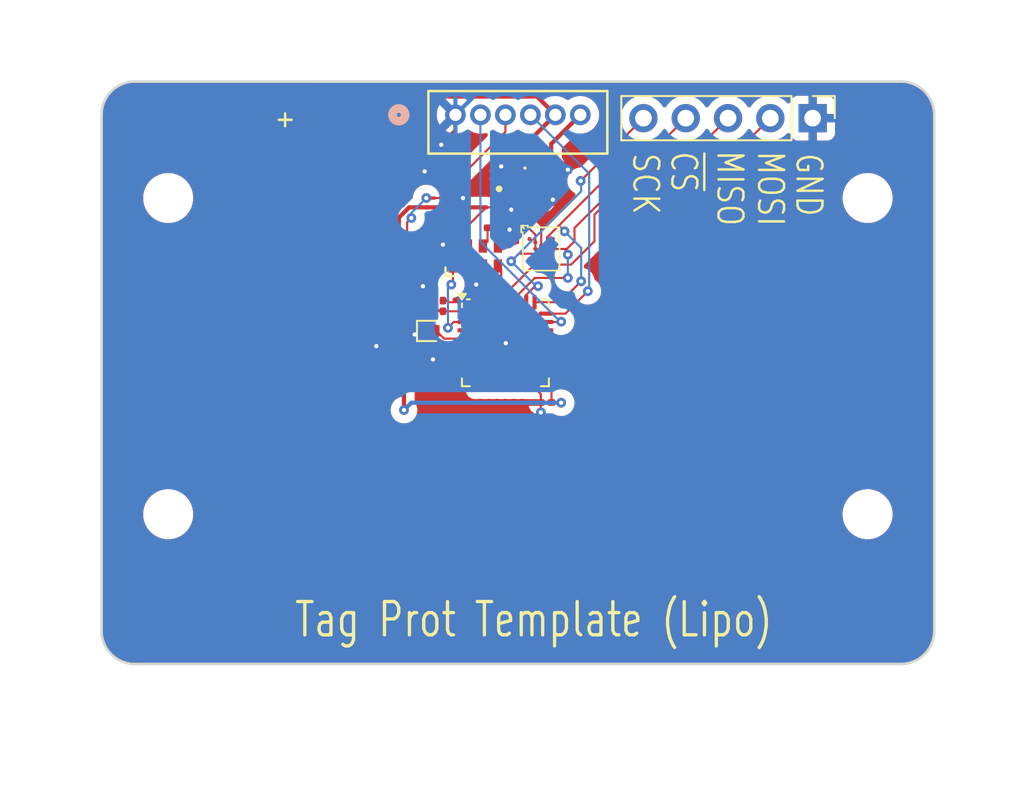
<source format=kicad_pcb>
(kicad_pcb (version 20240108) (generator "pcbnew") (generator_version "8.0")
  (layers (0 "F.Cu" signal) (31 "B.Cu" signal) (34 "B.Paste" user) (35 "F.Paste" user) (36 "B.SilkS" user "B.Silkscreen") (37 "F.SilkS" user "F.Silkscreen") (38 "B.Mask" user) (39 "F.Mask" user) (44 "Edge.Cuts" user))
  (net 0 "")
  (net 1 "GND")
  (net 2 "VBAT")
  (net 3 "SWDIO")
  (net 4 "SWCLK")
  (net 5 "Net-(Q501-C)")
  (net 6 "RST")
  (net 7 "/clkout")
  (net 8 "VIN")
  (net 9 "Net-(U501-VBACK)")
  (net 10 "/AT25_MISO")
  (net 11 "/AT25_nCS")
  (net 12 "/AT25_MOSI")
  (net 13 "/AT25_SCK")
  (net 20 "/PA6_MISO")
  (net 21 "/PA7_MOSI")
  (net 23 "/PB0")
  (net 24 "/PA11_MISO")
  (net 25 "/PA9")
  (net 26 "/PA2")
  (net 27 "/PA10")
  (net 28 "/PA0")
  (net 29 "/PA12_MOSI")
  (net 30 "/PA4")
  (net 31 "/PA8")
  (net 32 "/PA3")
  (net 33 "/PB1")
  (net 34 "/PA1_SCK")
  (net 35 "/PA5_SCK")
  (net 36 "/RTC_SDA")
  (net 37 "/RTC_SCL")
  (net 38 "+2V5")
  (footprint "library:MS621" (layer "F.Cu") (at 112.95 87.6 90)
    (property "Reference" "J401" (hide yes))
    (property "Value" "CONN_01X02" (hide yes))
    (fp_text user "+" (at 0.3 -2 90) (layer "F.SilkS"))
    (pad "1" smd rect (at 0 -0.85 90) (size 2 1) (layers "F.Cu" "F.Mask") (net 2 "VBAT"))
    (pad "2" smd rect (at 0 0.85 90) (size 2 1) (layers "F.Cu" "F.Mask") (net 1 "GND"))
  )
  (footprint "library:RV-8803-C7" (layer "F.Cu") (at 122.45 95.485 90)
    (property "Reference" "U501" (hide yes))
    (property "Value" "RV-3028-C7" (hide yes))
    (fp_line (start -0.7 -1.8) (end -1.2 -1.8) (stroke (width 0.15)) (layer "F.SilkS"))
    (fp_line (start -1.2 -1.8) (end -1.2 -1.3) (stroke (width 0.15)) (layer "F.SilkS"))
    (pad "1" smd rect (at -0.6 -1.35 90) (size 0.8 0.5) (layers "F.Cu" "F.Paste" "F.Mask") (net 7 "/clkout"))
    (pad "2" smd rect (at -0.6 -0.45 90) (size 0.8 0.5) (layers "F.Cu" "F.Paste" "F.Mask"))
    (pad "3" smd rect (at -0.6 0.45 90) (size 0.8 0.5) (layers "F.Cu" "F.Paste" "F.Mask") (net 37 "/RTC_SCL"))
    (pad "4" smd rect (at -0.6 1.35 90) (size 0.8 0.5) (layers "F.Cu" "F.Paste" "F.Mask") (net 36 "/RTC_SDA"))
    (pad "5" smd rect (at 0.6 1.35 90) (size 0.8 0.5) (layers "F.Cu" "F.Paste" "F.Mask") (net 1 "GND"))
    (pad "6" smd rect (at 0.6 0.45 90) (size 0.8 0.5) (layers "F.Cu" "F.Paste" "F.Mask") (net 9 "Net-(U501-VBACK)"))
    (pad "7" smd rect (at 0.6 -0.45 90) (size 0.8 0.5) (layers "F.Cu" "F.Paste" "F.Mask") (net 38 "+2V5"))
    (pad "8" smd rect (at 0.6 -1.35 90) (size 0.8 0.5) (layers "F.Cu" "F.Paste" "F.Mask") (net 1 "GND"))
  )
  (footprint "Resistor_SMD:R_0201_0603Metric" (layer "F.Cu") (at 123.5 93.785)
    (property "Reference" "R1" (hide yes))
    (property "Value" "10k")
    (pad "1" smd roundrect (at -0.32 0) (size 0.46 0.4) (layers "F.Cu" "F.Mask") (net 9 "Net-(U501-VBACK)"))
    (pad "2" smd roundrect (at 0.32 0) (size 0.46 0.4) (layers "F.Cu" "F.Mask") (net 1 "GND"))
  )
  (footprint "Capacitor_SMD:C_0201_0603Metric" (layer "F.Cu") (at 119.545 101.2)
    (property "Reference" "C501" (hide yes))
    (property "Value" "0.1uf")
    (pad "1" smd roundrect (at -0.32 0) (size 0.46 0.4) (layers "F.Cu" "F.Mask") (net 38 "+2V5"))
    (pad "2" smd roundrect (at 0.32 0) (size 0.46 0.4) (layers "F.Cu" "F.Mask") (net 1 "GND"))
  )
  (footprint "Capacitor_SMD:C_0201_0603Metric" (layer "F.Cu") (at 121.555 93.785 180)
    (property "Reference" "C503" (hide yes))
    (property "Value" "0.1uf")
    (pad "1" smd roundrect (at -0.32 0 180) (size 0.46 0.4) (layers "F.Cu" "F.Mask") (net 38 "+2V5"))
    (pad "2" smd roundrect (at 0.32 0 180) (size 0.46 0.4) (layers "F.Cu" "F.Mask") (net 1 "GND"))
  )
  (footprint "Diode_SMD:D_0402_1005Metric" (layer "F.Cu") (at 126.515 90.2)
    (property "Reference" "D401" (hide yes))
    (property "Value" "D")
    (fp_circle (center -1.09 0) (end -1.04 0) (stroke (width 0.1)) (fill none) (layer "F.SilkS"))
    (pad "1" smd roundrect (at -0.485 0) (size 0.59 0.64) (layers "F.Cu" "F.Paste" "F.Mask") (net 2 "VBAT"))
    (pad "2" smd roundrect (at 0.485 0) (size 0.59 0.64) (layers "F.Cu" "F.Paste" "F.Mask") (net 8 "VIN"))
  )
  (footprint "library:adesto_wlcsp12" (layer "F.Cu") (at 126.4 95.06)
    (property "Reference" "U1" (hide yes))
    (property "Value" "at25ff321D-UUN" (hide yes))
    (fp_line (start -1.2 -1.4) (end -1.025 -1.225) (stroke (width 0.1)) (layer "F.SilkS"))
    (fp_line (start -1.2 -1) (end -1.2 -1.4) (stroke (width 0.1)) (layer "F.SilkS"))
    (fp_line (start -1.2 -1) (end -1.1 -1) (stroke (width 0.1)) (layer "F.SilkS"))
    (fp_line (start -1.1 1.3) (end -1.1 -0.9) (stroke (width 0.1)) (layer "F.SilkS"))
    (fp_line (start -1.1 1.3) (end 1.1 1.3) (stroke (width 0.1)) (layer "F.SilkS"))
    (fp_line (start -0.8 -1.4) (end -1.2 -1.4) (stroke (width 0.1)) (layer "F.SilkS"))
    (fp_line (start -0.8 -1.4) (end -0.8 -1.3) (stroke (width 0.1)) (layer "F.SilkS"))
    (fp_line (start 1.1 -1.3) (end -0.7 -1.3) (stroke (width 0.1)) (layer "F.SilkS"))
    (fp_line (start 1.1 1.3) (end 1.1 -1.3) (stroke (width 0.1)) (layer "F.SilkS"))
    (pad "A1" smd circle (at -0.7 -0.6) (size 0.25 0.25) (layers "F.Cu" "F.Paste" "F.Mask"))
    (pad "A5" smd circle (at 0.7 -0.6) (size 0.25 0.25) (layers "F.Cu" "F.Paste" "F.Mask"))
    (pad "B2" smd circle (at -0.35 -0.4) (size 0.25 0.25) (layers "F.Cu" "F.Paste" "F.Mask") (net 38 "+2V5"))
    (pad "B4" smd circle (at 0.35 -0.4) (size 0.25 0.25) (layers "F.Cu" "F.Paste" "F.Mask") (net 11 "/AT25_nCS"))
    (pad "C3" smd circle (at 0 -0.2) (size 0.25 0.25) (layers "F.Cu" "F.Paste" "F.Mask") (net 1 "GND"))
    (pad "D2" smd circle (at -0.35 0) (size 0.25 0.25) (layers "F.Cu" "F.Paste" "F.Mask") (net 38 "+2V5"))
    (pad "D4" smd circle (at 0.35 0) (size 0.25 0.25) (layers "F.Cu" "F.Paste" "F.Mask") (net 10 "/AT25_MISO"))
    (pad "E3" smd circle (at 0 0.2) (size 0.25 0.25) (layers "F.Cu" "F.Paste" "F.Mask") (net 12 "/AT25_MOSI"))
    (pad "F2" smd circle (at -0.35 0.4) (size 0.25 0.25) (layers "F.Cu" "F.Paste" "F.Mask") (net 13 "/AT25_SCK"))
    (pad "F4" smd circle (at 0.35 0.4) (size 0.25 0.25) (layers "F.Cu" "F.Paste" "F.Mask"))
    (pad "G1" smd circle (at -0.7 0.6) (size 0.25 0.25) (layers "F.Cu" "F.Paste" "F.Mask"))
    (pad "G5" smd circle (at 0.7 0.6) (size 0.25 0.25) (layers "F.Cu" "F.Paste" "F.Mask"))
  )
  (footprint "Capacitor_SMD:C_0201_0603Metric" (layer "F.Cu") (at 119.2 98.485 90)
    (property "Reference" "C502" (hide yes))
    (property "Value" "0.1uf")
    (pad "1" smd roundrect (at -0.32 0 90) (size 0.46 0.4) (layers "F.Cu" "F.Mask") (net 5 "Net-(Q501-C)"))
    (pad "2" smd roundrect (at 0.32 0 90) (size 0.46 0.4) (layers "F.Cu" "F.Mask") (net 1 "GND"))
  )
  (footprint "Package_DFN_QFN:QFN-32-1EP_5x5mm_P0.5mm_EP3.45x3.45mm" (layer "F.Cu") (at 124.25 100.6975)
    (property "Reference" "U302" (hide yes))
    (property "Value" "stm32l431kc")
    (fp_line (start -2.61 -2.135) (end -2.61 -2.37) (stroke (width 0.12)) (layer "F.SilkS"))
    (fp_line (start -2.61 2.61) (end -2.61 2.135) (stroke (width 0.12)) (layer "F.SilkS"))
    (fp_line (start -2.135 -2.61) (end -2.31 -2.61) (stroke (width 0.12)) (layer "F.SilkS"))
    (fp_line (start -2.135 2.61) (end -2.61 2.61) (stroke (width 0.12)) (layer "F.SilkS"))
    (fp_line (start 2.135 -2.61) (end 2.61 -2.61) (stroke (width 0.12)) (layer "F.SilkS"))
    (fp_line (start 2.135 2.61) (end 2.61 2.61) (stroke (width 0.12)) (layer "F.SilkS"))
    (fp_line (start 2.61 -2.61) (end 2.61 -2.135) (stroke (width 0.12)) (layer "F.SilkS"))
    (fp_line (start 2.61 2.61) (end 2.61 2.135) (stroke (width 0.12)) (layer "F.SilkS"))
    (fp_poly (pts (xy -2.61 -2.61) (xy -2.85 -2.94) (xy -2.37 -2.94) (xy -2.61 -2.61)) (stroke (width 0.12)) (fill solid) (layer "F.SilkS"))
    (pad "1" smd roundrect (at -2.4375 -1.75) (size 0.875 0.25) (layers "F.Cu" "F.Paste" "F.Mask") (net 38 "+2V5"))
    (pad "2" smd roundrect (at -2.4375 -1.25) (size 0.875 0.25) (layers "F.Cu" "F.Paste" "F.Mask") (net 7 "/clkout"))
    (pad "3" smd roundrect (at -2.4375 -0.75) (size 0.875 0.25) (layers "F.Cu" "F.Paste" "F.Mask"))
    (pad "4" smd roundrect (at -2.4375 -0.25) (size 0.875 0.25) (layers "F.Cu" "F.Paste" "F.Mask") (net 5 "Net-(Q501-C)"))
    (pad "5" smd roundrect (at -2.4375 0.25) (size 0.875 0.25) (layers "F.Cu" "F.Paste" "F.Mask") (net 38 "+2V5"))
    (pad "6" smd roundrect (at -2.4375 0.75) (size 0.875 0.25) (layers "F.Cu" "F.Paste" "F.Mask") (net 28 "/PA0"))
    (pad "7" smd roundrect (at -2.4375 1.25) (size 0.875 0.25) (layers "F.Cu" "F.Paste" "F.Mask") (net 34 "/PA1_SCK"))
    (pad "8" smd roundrect (at -2.4375 1.75) (size 0.875 0.25) (layers "F.Cu" "F.Paste" "F.Mask") (net 26 "/PA2"))
    (pad "9" smd roundrect (at -1.75 2.4375) (size 0.25 0.875) (layers "F.Cu" "F.Paste" "F.Mask") (net 32 "/PA3"))
    (pad "10" smd roundrect (at -1.25 2.4375) (size 0.25 0.875) (layers "F.Cu" "F.Paste" "F.Mask") (net 30 "/PA4"))
    (pad "11" smd roundrect (at -0.75 2.4375) (size 0.25 0.875) (layers "F.Cu" "F.Paste" "F.Mask") (net 35 "/PA5_SCK"))
    (pad "12" smd roundrect (at -0.25 2.4375) (size 0.25 0.875) (layers "F.Cu" "F.Paste" "F.Mask") (net 20 "/PA6_MISO"))
    (pad "13" smd roundrect (at 0.25 2.4375) (size 0.25 0.875) (layers "F.Cu" "F.Paste" "F.Mask") (net 21 "/PA7_MOSI"))
    (pad "14" smd roundrect (at 0.75 2.4375) (size 0.25 0.875) (layers "F.Cu" "F.Paste" "F.Mask") (net 23 "/PB0"))
    (pad "15" smd roundrect (at 1.25 2.4375) (size 0.25 0.875) (layers "F.Cu" "F.Paste" "F.Mask") (net 33 "/PB1"))
    (pad "16" smd roundrect (at 1.75 2.4375) (size 0.25 0.875) (layers "F.Cu" "F.Paste" "F.Mask") (net 1 "GND"))
    (pad "17" smd roundrect (at 2.4375 1.75) (size 0.875 0.25) (layers "F.Cu" "F.Paste" "F.Mask") (net 38 "+2V5"))
    (pad "18" smd roundrect (at 2.4375 1.25) (size 0.875 0.25) (layers "F.Cu" "F.Paste" "F.Mask") (net 31 "/PA8"))
    (pad "19" smd roundrect (at 2.4375 0.75) (size 0.875 0.25) (layers "F.Cu" "F.Paste" "F.Mask") (net 25 "/PA9"))
    (pad "20" smd roundrect (at 2.4375 0.25) (size 0.875 0.25) (layers "F.Cu" "F.Paste" "F.Mask") (net 27 "/PA10"))
    (pad "21" smd roundrect (at 2.4375 -0.25) (size 0.875 0.25) (layers "F.Cu" "F.Paste" "F.Mask") (net 24 "/PA11_MISO"))
    (pad "22" smd roundrect (at 2.4375 -0.75) (size 0.875 0.25) (layers "F.Cu" "F.Paste" "F.Mask") (net 29 "/PA12_MOSI"))
    (pad "23" smd roundrect (at 2.4375 -1.25) (size 0.875 0.25) (layers "F.Cu" "F.Paste" "F.Mask") (net 3 "SWDIO"))
    (pad "24" smd roundrect (at 2.4375 -1.75) (size 0.875 0.25) (layers "F.Cu" "F.Paste" "F.Mask") (net 4 "SWCLK"))
    (pad "25" smd roundrect (at 1.75 -2.4375) (size 0.25 0.875) (layers "F.Cu" "F.Paste" "F.Mask") (net 11 "/AT25_nCS"))
    (pad "26" smd roundrect (at 1.25 -2.4375) (size 0.25 0.875) (layers "F.Cu" "F.Paste" "F.Mask") (net 13 "/AT25_SCK"))
    (pad "27" smd roundrect (at 0.75 -2.4375) (size 0.25 0.875) (layers "F.Cu" "F.Paste" "F.Mask") (net 10 "/AT25_MISO"))
    (pad "28" smd roundrect (at 0.25 -2.4375) (size 0.25 0.875) (layers "F.Cu" "F.Paste" "F.Mask") (net 12 "/AT25_MOSI"))
    (pad "29" smd roundrect (at -0.25 -2.4375) (size 0.25 0.875) (layers "F.Cu" "F.Paste" "F.Mask") (net 36 "/RTC_SDA"))
    (pad "30" smd roundrect (at -0.75 -2.4375) (size 0.25 0.875) (layers "F.Cu" "F.Paste" "F.Mask") (net 37 "/RTC_SCL"))
    (pad "31" smd roundrect (at -1.25 -2.4375) (size 0.25 0.875) (layers "F.Cu" "F.Paste" "F.Mask") (net 1 "GND"))
    (pad "32" smd roundrect (at -1.75 -2.4375) (size 0.25 0.875) (layers "F.Cu" "F.Paste" "F.Mask") (net 1 "GND"))
    (pad "33" smd rect (at 0 0) (size 3.45 3.45) (property pad_prop_heatsink) (layers "F.Cu" "F.Mask") (net 1 "GND"))
  )
  (footprint "Package_TO_SOT_SMD:SOT-883" (layer "F.Cu") (at 119.75 99.985)
    (property "Reference" "Q501" (hide yes))
    (property "Value" "Q_NPN_BEC")
    (fp_line (start -0.81 -0.61) (end 0.35 -0.61) (stroke (width 0.12)) (layer "F.SilkS"))
    (fp_line (start -0.81 0.61) (end -0.81 -0.61) (stroke (width 0.12)) (layer "F.SilkS"))
    (fp_line (start 0.35 0.61) (end -0.81 0.61) (stroke (width 0.12)) (layer "F.SilkS"))
    (pad "1" smd roundrect (at -0.35 -0.225) (size 0.4 0.25) (layers "F.Cu" "F.Paste" "F.Mask") (roundrect_rratio 0.2) (net 6 "RST"))
    (pad "2" smd roundrect (at -0.35 0.225) (size 0.4 0.25) (layers "F.Cu" "F.Paste" "F.Mask") (roundrect_rratio 0.2) (net 1 "GND"))
    (pad "3" smd roundrect (at 0.35 0) (size 0.4 0.7) (layers "F.Cu" "F.Paste" "F.Mask") (roundrect_rratio 0.125) (net 5 "Net-(Q501-C)"))
  )
  (footprint "Capacitor_SMD:C_0201_0603Metric" (layer "F.Cu") (at 126.7 104.285 180)
    (property "Reference" "C2" (hide yes))
    (property "Value" "0.1uf")
    (pad "1" smd roundrect (at -0.32 0 180) (size 0.46 0.4) (layers "F.Cu" "F.Mask") (net 38 "+2V5"))
    (pad "2" smd roundrect (at 0.32 0 180) (size 0.46 0.4) (layers "F.Cu" "F.Mask") (net 1 "GND"))
  )
  (footprint "Capacitor_SMD:C_0201_0603Metric" (layer "F.Cu") (at 120.5 98.485 90)
    (property "Reference" "C101" (hide yes))
    (property "Value" "1uf")
    (pad "1" smd roundrect (at -0.32 0 90) (size 0.46 0.4) (layers "F.Cu" "F.Mask") (net 38 "+2V5"))
    (pad "2" smd roundrect (at 0.32 0 90) (size 0.46 0.4) (layers "F.Cu" "F.Mask") (net 1 "GND"))
  )
  (footprint "ti:IC_TPS7A0225PDQNR" (layer "F.Cu") (at 125.13 91.775)
    (property "Reference" "U2" (hide yes))
    (property "Value" "TPS7A0225PYCHR")
    (fp_circle (center -1.26 -0.325) (end -1.16 -0.325) (stroke (width 0.2)) (fill none) (layer "F.SilkS"))
    (pad "1" smd custom (at -0.43 -0.325) (size 0.05 0.05) (layers "F.Cu") (net 38 "+2V5") (options (clearance outline) (anchor rect)) (primitives (gr_poly (pts (xy -0.23 -0.155) (xy -0.23 0.155) (xy 0 0.155) (xy 0.23 -0.075) (xy 0.23 -0.155)) (width 0.01) (fill yes))))
    (pad "2" smd custom (at -0.43 0.325) (size 0.05 0.05) (layers "F.Cu") (net 1 "GND") (options (clearance outline) (anchor rect)) (primitives (gr_poly (pts (xy -0.23 0.155) (xy -0.23 -0.155) (xy 0 -0.155) (xy 0.23 0.075) (xy 0.23 0.155)) (width 0.01) (fill yes))))
    (pad "3" smd custom (at 0.43 0.325) (size 0.05 0.05) (layers "F.Cu") (net 2 "VBAT") (options (clearance outline) (anchor rect)) (primitives (gr_poly (pts (xy 0.23 0.155) (xy 0.23 -0.155) (xy 0 -0.155) (xy -0.23 0.075) (xy -0.23 0.155)) (width 0.01) (fill yes))))
    (pad "4" smd custom (at 0.43 -0.325) (size 0.05 0.05) (layers "F.Cu") (net 2 "VBAT") (options (clearance outline) (anchor rect)) (primitives (gr_poly (pts (xy 0.23 -0.155) (xy 0.23 0.155) (xy 0 0.155) (xy -0.23 -0.075) (xy -0.23 -0.155)) (width 0.01) (fill yes))))
    (pad "5" smd custom (at 0 0) (size 0.05 0.05) (layers "F.Cu") (net 1 "GND") (options (clearance outline) (anchor rect)) (primitives (gr_poly (pts (xy -0.410125 0) (xy 0 -0.410122) (xy 0.410122 0) (xy 0 0.410122)) (width 0.01) (fill yes))))
  )
  (footprint "library:CONN_B6B-ZR_JST" (layer "F.Cu") (at 121.25 87)
    (property "Reference" "J1" (hide yes))
    (property "Value" "Conn_01x06")
    (fp_circle (center -3.4001 0) (end -3.0191 0) (stroke (width 0.508)) (fill none) (layer "B.SilkS"))
    (fp_line (start -1.6221 -1.427) (end -1.6221 2.3322) (stroke (width 0.1524)) (layer "F.SilkS"))
    (fp_line (start -1.6221 2.3322) (end 9.1221 2.3322) (stroke (width 0.1524)) (layer "F.SilkS"))
    (fp_line (start 9.1221 -1.427) (end -1.6221 -1.427) (stroke (width 0.1524)) (layer "F.SilkS"))
    (fp_line (start 9.1221 2.3322) (end 9.1221 -1.427) (stroke (width 0.1524)) (layer "F.SilkS"))
    (fp_circle (center -3.4001 0) (end -3.0191 0) (stroke (width 0.508)) (fill none) (layer "F.SilkS"))
    (pad "1" thru_hole circle (at 0 0) (size 1.2446 1.2446) (drill 0.7366) (layers "*.Cu" "*.Mask") (net 1 "GND"))
    (pad "2" thru_hole circle (at 1.5 0) (size 1.2446 1.2446) (drill 0.7366) (layers "*.Cu" "*.Mask") (net 3 "SWDIO"))
    (pad "3" thru_hole circle (at 2.999999 0) (size 1.2446 1.2446) (drill 0.7366) (layers "*.Cu" "*.Mask") (net 6 "RST"))
    (pad "4" thru_hole circle (at 4.500001 0) (size 1.2446 1.2446) (drill 0.7366) (layers "*.Cu" "*.Mask") (net 4 "SWCLK"))
    (pad "5" thru_hole circle (at 6.000001 0) (size 1.2446 1.2446) (drill 0.7366) (layers "*.Cu" "*.Mask") (net 2 "VBAT"))
    (pad "6" thru_hole circle (at 7.5 0) (size 1.2446 1.2446) (drill 0.7366) (layers "*.Cu" "*.Mask") (net 8 "VIN"))
  )
  (footprint "Capacitor_SMD:C_0201_0603Metric" (layer "F.Cu") (at 124.345 90.6 180)
    (property "Reference" "C4" (hide yes))
    (property "Value" "1uf")
    (pad "1" smd roundrect (at -0.32 0 180) (size 0.46 0.4) (layers "F.Cu" "F.Mask") (net 38 "+2V5"))
    (pad "2" smd roundrect (at 0.32 0 180) (size 0.46 0.4) (layers "F.Cu" "F.Mask") (net 1 "GND"))
  )
  (footprint "MountingHole:MountingHole_2.5mm" (layer "F.Cu") (at 104 111)
    (property "Reference" "H2" (hide yes))
    (property "Value" "MountingHole")
    (pad "" np_thru_hole circle (at 0 0) (size 2.5 2.5) (drill 2.5) (layers "*.Cu" "*.Mask"))
  )
  (footprint "MountingHole:MountingHole_2.5mm" (layer "F.Cu") (at 146 92)
    (property "Reference" "H3" (hide yes))
    (property "Value" "MountingHole")
    (pad "" np_thru_hole circle (at 0 0) (size 2.5 2.5) (drill 2.5) (layers "*.Cu" "*.Mask"))
  )
  (footprint "MountingHole:MountingHole_2.5mm" (layer "F.Cu") (at 104 92)
    (property "Reference" "H1" (hide yes))
    (property "Value" "MountingHole")
    (pad "" np_thru_hole circle (at 0 0) (size 2.5 2.5) (drill 2.5) (layers "*.Cu" "*.Mask"))
  )
  (footprint "MountingHole:MountingHole_2.5mm" (layer "F.Cu") (at 146 111)
    (property "Reference" "H4" (hide yes))
    (property "Value" "MountingHole")
    (pad "" np_thru_hole circle (at 0 0) (size 2.5 2.5) (drill 2.5) (layers "*.Cu" "*.Mask"))
  )
  (footprint "Connector_PinHeader_2.54mm:PinHeader_1x05_P2.54mm_Vertical" (layer "F.Cu") (at 142.7 87.2 -90)
    (property "Reference" "J2" (hide yes))
    (property "Value" "Conn_01x04")
    (fp_line (start -1.33 11.49) (end 1.33 11.49) (stroke (width 0.12)) (layer "F.SilkS"))
    (fp_line (start -1.33 1.27) (end -1.33 11.49) (stroke (width 0.12)) (layer "F.SilkS"))
    (fp_line (start -1.33 1.27) (end 1.33 1.27) (stroke (width 0.12)) (layer "F.SilkS"))
    (fp_line (start 1.33 1.27) (end 1.33 11.49) (stroke (width 0.12)) (layer "F.SilkS"))
    (fp_line (start -1.33 0) (end -1.33 -1.33) (stroke (width 0.12)) (layer "F.SilkS"))
    (fp_line (start -1.33 -1.33) (end 0 -1.33) (stroke (width 0.12)) (layer "F.SilkS"))
    (pad "1" thru_hole rect (at 0 0 270) (size 1.7 1.7) (drill 1) (layers "*.Cu" "*.Mask") (net 1 "GND"))
    (pad "2" thru_hole oval (at 0 2.54 270) (size 1.7 1.7) (drill 1) (layers "*.Cu" "*.Mask") (net 12 "/AT25_MOSI"))
    (pad "3" thru_hole oval (at 0 5.08 270) (size 1.7 1.7) (drill 1) (layers "*.Cu" "*.Mask") (net 10 "/AT25_MISO"))
    (pad "4" thru_hole oval (at 0 7.62 270) (size 1.7 1.7) (drill 1) (layers "*.Cu" "*.Mask") (net 11 "/AT25_nCS"))
    (pad "5" thru_hole oval (at 0 10.16 270) (size 1.7 1.7) (drill 1) (layers "*.Cu" "*.Mask") (net 13 "/AT25_SCK"))
  )
  (footprint "Capacitor_SMD:C_0201_0603Metric" (layer "F.Cu") (at 126.5 91.78 -90)
    (property "Reference" "C1" (hide yes))
    (property "Value" "1uf")
    (pad "1" smd roundrect (at -0.32 0 270) (size 0.46 0.4) (layers "F.Cu" "F.Mask") (net 2 "VBAT"))
    (pad "2" smd roundrect (at 0.32 0 270) (size 0.46 0.4) (layers "F.Cu" "F.Mask") (net 1 "GND"))
  )
  (gr_line (start 120 92) (end 119.5 92) (stroke (width 0.2)) (layer "F.Cu") (net 6))
  (gr_arc (start 102 120) (mid 100.585786 119.414214) (end 100 118) (stroke (width 0.15)) (layer "Edge.Cuts"))
  (gr_line (start 100 118) (end 100 87) (stroke (width 0.15)) (layer "Edge.Cuts"))
  (gr_line (start 148 120) (end 102 120) (stroke (width 0.15)) (layer "Edge.Cuts"))
  (gr_line (start 102 85) (end 148 85) (stroke (width 0.15)) (layer "Edge.Cuts"))
  (gr_arc (start 100 87) (mid 100.585786 85.585786) (end 102 85) (stroke (width 0.15)) (layer "Edge.Cuts"))
  (gr_line (start 150 87) (end 150 118) (stroke (width 0.15)) (layer "Edge.Cuts"))
  (gr_arc (start 148 85) (mid 149.414214 85.585786) (end 150 87) (stroke (width 0.15)) (layer "Edge.Cuts"))
  (gr_arc (start 150 118) (mid 149.414214 119.414214) (end 148 120) (stroke (width 0.15)) (layer "Edge.Cuts"))
  (gr_text "GND" (at 141.6 89.2 -90) (layer "F.SilkS") (effects (font (size 1.5 1.25)) (justify left bottom)))
  (gr_text "MOSI" (at 139.2936 89.0778 270) (layer "F.SilkS") (effects (font (size 1.5 1.25)) (justify left bottom)))
  (gr_text "SCK" (at 131.8 89.2 270) (layer "F.SilkS") (effects (font (size 1.5 1.25)) (justify left bottom)))
  (gr_text "~{CS}" (at 134.0866 89.1032 270) (layer "F.SilkS") (effects (font (size 1.5 1.25)) (justify left bottom)))
  (gr_text "MISO" (at 136.8552 89.0524 270) (layer "F.SilkS") (effects (font (size 1.5 1.25)) (justify left bottom)))
  (gr_text "Tag Prot Template (Lipo)" (at 111.5 118.5 0) (layer "F.SilkS") (effects (font (size 2 1.5) (thickness 0.2)) (justify left bottom)))
  (segment (start 122.5 98.26) (end 123 98.26) (width 0.127) (layer "F.Cu") (net 1))
  (segment (start 123 101.4) (end 123.2 101.4) (width 0.127) (layer "F.Cu") (net 1))
  (segment (start 126.4 94.86) (end 126.4 93.445) (width 0.127) (layer "F.Cu") (net 1))
  (segment (start 125.13 91.775) (end 125.025 91.775) (width 0.254) (layer "F.Cu") (net 1))
  (segment (start 125.025 91.775) (end 124.7 92.1) (width 0.254) (layer "F.Cu") (net 1))
  (segment (start 124.7 92.1) (end 124.7 92.6) (width 0.254) (layer "F.Cu") (net 1))
  (segment (start 126.4 93.445) (end 126.5 93.345) (width 0.127) (layer "F.Cu") (net 1))
  (segment (start 121.235 94.75) (end 121.1 94.885) (width 0.127) (layer "F.Cu") (net 1))
  (segment (start 116.6 101) (end 116.5 100.9) (width 0.127) (layer "F.Cu") (net 1))
  (segment (start 126.38 104.285) (end 126.38 104.88) (width 0.127) (layer "F.Cu") (net 1))
  (segment (start 126 102.4475) (end 125.22625 101.67375) (width 0.127) (layer "F.Cu") (net 1))
  (segment (start 124.25 100.6975) (end 123.7025 100.6975) (width 0.127) (layer "F.Cu") (net 1))
  (segment (start 124.025 90.6) (end 124.025 90.125) (width 0.127) (layer "F.Cu") (net 1))
  (segment (start 122.5 98.26) (end 122.5 97.2) (width 0.127) (layer "F.Cu") (net 1))
  (segment (start 126 103.135) (end 126 103.4) (width 0.127) (layer "F.Cu") (net 1))
  (segment (start 119.2 98.165) (end 119.2 97.4) (width 0.127) (layer "F.Cu") (net 1))
  (segment (start 123.2 101.4) (end 123.87625 100.72375) (width 0.127) (layer "F.Cu") (net 1))
  (segment (start 120.86 98.26) (end 122.5 98.26) (width 0.127) (layer "F.Cu") (net 1))
  (segment (start 126 103.4) (end 126.38 103.78) (width 0.127) (layer "F.Cu") (net 1))
  (segment (start 123.82 94.865) (end 123.8 94.885) (width 0.127) (layer "F.Cu") (net 1))
  (segment (start 121.25 87.95) (end 120.4 88.8) (width 0.254) (layer "F.Cu") (net 1))
  (segment (start 121.1 94.885) (end 120.585 94.885) (width 0.127) (layer "F.Cu") (net 1))
  (segment (start 123 99.4475) (end 123 98.26) (width 0.127) (layer "F.Cu") (net 1))
  (segment (start 119.2 97.4) (end 119.3 97.3) (width 0.127) (layer "F.Cu") (net 1))
  (segment (start 126 103.135) (end 126 102.4475) (width 0.127) (layer "F.Cu") (net 1))
  (segment (start 126.5 92.1) (end 127.1 92.1) (width 0.127) (layer "F.Cu") (net 1))
  (segment (start 124.025 90.125) (end 124 90.1) (width 0.127) (layer "F.Cu") (net 1))
  (segment (start 125.22625 101.67375) (end 124.27625 100.72375) (width 0.127) (layer "F.Cu") (net 1))
  (segment (start 120.585 94.885) (end 120.5 94.8) (width 0.127) (layer "F.Cu") (net 1))
  (segment (start 125.5 99.7) (end 125.2475 99.7) (width 0.127) (layer "F.Cu") (net 1))
  (segment (start 121.25 87) (end 121.25 87.95) (width 0.254) (layer "F.Cu") (net 1))
  (segment (start 120.5 98.165) (end 120.765 98.165) (width 0.127) (layer "F.Cu") (net 1))
  (segment (start 124.25 100.6975) (end 123 99.4475) (width 0.127) (layer "F.Cu") (net 1))
  (segment (start 124.25 100.6975) (end 125.22625 101.67375) (width 0.127) (layer "F.Cu") (net 1))
  (segment (start 123.82 93.785) (end 124.385 93.785) (width 0.127) (layer "F.Cu") (net 1))
  (segment (start 126.38 103.78) (end 126.38 104.285) (width 0.127) (layer "F.Cu") (net 1))
  (segment (start 123.82 93.785) (end 123.82 94.865) (width 0.127) (layer "F.Cu") (net 1))
  (segment (start 124.385 93.785) (end 124.5 93.9) (width 0.127) (layer "F.Cu") (net 1))
  (segment (start 126.4 104.9) (end 126.38 104.88) (width 0.127) (layer "F.Cu") (net 1))
  (segment (start 118.81 100.21) (end 118.8 100.2) (width 0.127) (layer "F.Cu") (net 1))
  (segment (start 120.765 98.165) (end 120.86 98.26) (width 0.127) (layer "F.Cu") (net 1))
  (segment (start 126.5 93.345) (end 126.5 92.1) (width 0.127) (layer "F.Cu") (net 1))
  (segment (start 119.865 101.2) (end 119.865 101.665) (width 0.127) (layer "F.Cu") (net 1))
  (segment (start 123.7025 100.6975) (end 123 101.4) (width 0.127) (layer "F.Cu") (net 1))
  (segment (start 125.2475 99.7) (end 124.25 100.6975) (width 0.127) (layer "F.Cu") (net 1))
  (segment (start 124.7 92.6) (end 124.6 92.7) (width 0.254) (layer "F.Cu") (net 1))
  (segment (start 122.5 98.9475) (end 124.25 100.6975) (width 0.127) (layer "F.Cu") (net 1))
  (segment (start 122.5 98.26) (end 122.5 98.9475) (width 0.127) (layer "F.Cu") (net 1))
  (segment (start 121.235 93.785) (end 121.235 94.75) (width 0.127) (layer "F.Cu") (net 1))
  (segment (start 119.865 101.665) (end 119.9 101.7) (width 0.127) (layer "F.Cu") (net 1))
  (segment (start 123.87625 100.72375) (end 124.27625 100.72375) (width 0.127) (layer "F.Cu") (net 1))
  (segment (start 119.4 100.21) (end 118.81 100.21) (width 0.127) (layer "F.Cu") (net 1))
  (via (at 128 90.3) (size 0.5842) (drill 0.254) (layers "F.Cu" "B.Cu") (net 1))
  (via (at 124 90.1) (size 0.5842) (drill 0.254) (layers "F.Cu" "B.Cu") (net 1))
  (via (at 119.9 101.7) (size 0.5842) (drill 0.254) (layers "F.Cu" "B.Cu") (net 1))
  (via (at 116.5 100.9) (size 0.5842) (drill 0.254) (layers "F.Cu" "B.Cu") (net 1))
  (via (at 124.27625 100.72375) (size 0.5842) (drill 0.254) (layers "F.Cu" "B.Cu") (net 1))
  (via (at 118.8 100.2) (size 0.5842) (drill 0.254) (layers "F.Cu" "B.Cu") (net 1))
  (via (at 126.38 104.88) (size 0.5842) (drill 0.254) (layers "F.Cu" "B.Cu") (net 1))
  (via (at 121.7 92) (size 0.5842) (drill 0.254) (layers "F.Cu" "B.Cu") (net 1))
  (via (at 119.3 97.3) (size 0.5842) (drill 0.254) (layers "F.Cu" "B.Cu") (net 1))
  (via (at 120.4 88.8) (size 0.5842) (drill 0.254) (layers "F.Cu" "B.Cu") (net 1))
  (via (at 122.5 97.2) (size 0.5842) (drill 0.254) (layers "F.Cu" "B.Cu") (net 1))
  (via (at 127.1 92.1) (size 0.5842) (drill 0.254) (layers "F.Cu" "B.Cu") (net 1))
  (via (at 124.6 92.7) (size 0.5842) (drill 0.254) (layers "F.Cu" "B.Cu") (net 1))
  (via (at 120.5 94.8) (size 0.5842) (drill 0.254) (layers "F.Cu" "B.Cu") (net 1))
  (via (at 124.5 93.9) (size 0.5842) (drill 0.254) (layers "F.Cu" "B.Cu") (net 1))
  (via (at 119.4 90.4) (size 0.5842) (drill 0.254) (layers "F.Cu" "B.Cu") (net 1))
  (segment (start 121.25 85.65) (end 121.3 85.6) (width 0.254) (layer "B.Cu") (net 1))
  (segment (start 121.25 87) (end 121.25 85.65) (width 0.254) (layer "B.Cu") (net 1))
  (segment (start 122.3 85.95) (end 122.3 85.7) (width 0.254) (layer "B.Cu") (net 1))
  (segment (start 121.25 88.55) (end 121.2 88.6) (width 0.254) (layer "B.Cu") (net 1))
  (segment (start 121.25 88.55) (end 121.25 87) (width 0.254) (layer "B.Cu") (net 1))
  (segment (start 122.3 85.95) (end 121.25 87) (width 0.254) (layer "B.Cu") (net 1))
  (segment (start 126.03 89.9) (end 126.03 90.2) (width 0.254) (layer "F.Cu") (net 2))
  (segment (start 126.5 90.37) (end 126.03 89.9) (width 0.127) (layer "F.Cu") (net 2))
  (segment (start 126.2 91.46) (end 126.5 91.46) (width 0.127) (layer "F.Cu") (net 2))
  (segment (start 112.1 87.1) (end 112.1 87.6) (width 0.254) (layer "F.Cu") (net 2))
  (segment (start 126.5 91.46) (end 126.5 90.37) (width 0.127) (layer "F.Cu") (net 2))
  (segment (start 126.49 91.45) (end 126.5 91.46) (width 0.127) (layer "F.Cu") (net 2))
  (segment (start 126.150001 85.9) (end 117.2 85.9) (width 0.254) (layer "F.Cu") (net 2))
  (segment (start 117.2 85.9) (end 117 85.7) (width 0.254) (layer "F.Cu") (net 2))
  (segment (start 113.5 85.7) (end 112.1 87.1) (width 0.254) (layer "F.Cu") (net 2))
  (segment (start 126.410002 91.549998) (end 126.5 91.46) (width 0.127) (layer "F.Cu") (net 2))
  (segment (start 125.56 92.1) (end 126.2 91.46) (width 0.127) (layer "F.Cu") (net 2))
  (segment (start 127.250001 87) (end 126.03 88.220001) (width 0.254) (layer "F.Cu") (net 2))
  (segment (start 126.03 88.220001) (end 126.03 89.9) (width 0.254) (layer "F.Cu") (net 2))
  (segment (start 125.56 91.45) (end 126.49 91.45) (width 0.127) (layer "F.Cu") (net 2))
  (segment (start 117 85.7) (end 113.5 85.7) (width 0.254) (layer "F.Cu") (net 2))
  (segment (start 127.250001 87) (end 126.150001 85.9) (width 0.254) (layer "F.Cu") (net 2))
  (segment (start 127.250001 87) (end 127.3 87) (width 0.254) (layer "B.Cu") (net 2))
  (segment (start 126.6875 99.4475) (end 127.5826 99.4475) (width 0.127) (layer "F.Cu") (net 3))
  (segment (start 127.5826 99.4475) (end 127.6 99.4301) (width 0.127) (layer "F.Cu") (net 3))
  (via (at 127.6 99.4301) (size 0.5842) (drill 0.254) (layers "F.Cu" "B.Cu") (net 3))
  (segment (start 122.75 94.6325) (end 127.5175 99.4) (width 0.127) (layer "B.Cu") (net 3))
  (segment (start 127.6 99.4) (end 127.6 99.4301) (width 0.127) (layer "B.Cu") (net 3))
  (segment (start 127.5175 99.4) (end 127.6 99.4) (width 0.127) (layer "B.Cu") (net 3))
  (segment (start 122.75 87) (end 122.75 94.6325) (width 0.127) (layer "B.Cu") (net 3))
  (segment (start 126.6875 98.9475) (end 127.8525 98.9475) (width 0.127) (layer "F.Cu") (net 4))
  (segment (start 127.8525 98.9475) (end 129.2 97.6) (width 0.127) (layer "F.Cu") (net 4))
  (via (at 129.2 97.6) (size 0.5842) (drill 0.254) (layers "F.Cu" "B.Cu") (net 4))
  (segment (start 129.2 97.6) (end 129.2826 97.5174) (width 0.127) (layer "B.Cu") (net 4))
  (segment (start 129.2826 97.5174) (end 129.2826 90.532599) (width 0.127) (layer "B.Cu") (net 4))
  (segment (start 129.2826 90.532599) (end 125.750001 87) (width 0.127) (layer "B.Cu") (net 4))
  (segment (start 120.5625 100.4475) (end 121.8125 100.4475) (width 0.127) (layer "F.Cu") (net 5))
  (segment (start 120.1 99.985) (end 120.5625 100.4475) (width 0.127) (layer "F.Cu") (net 5))
  (segment (start 120.1 99.705) (end 120.1 99.985) (width 0.127) (layer "F.Cu") (net 5))
  (segment (start 119.2 98.805) (end 120.1 99.705) (width 0.127) (layer "F.Cu") (net 5))
  (segment (start 119.5 92) (end 120.273874 92) (width 0.127) (layer "F.Cu") (net 6))
  (segment (start 118.6 93.2) (end 118.35 93.45) (width 0.127) (layer "F.Cu") (net 6))
  (segment (start 119.8 92) (end 119.5 92) (width 0.127) (layer "F.Cu") (net 6))
  (segment (start 124.249999 88.023875) (end 124.249999 87) (width 0.127) (layer "F.Cu") (net 6))
  (segment (start 120.273874 92) (end 124.249999 88.023875) (width 0.127) (layer "F.Cu") (net 6))
  (segment (start 118.35 93.45) (end 118.35 98.71) (width 0.127) (layer "F.Cu") (net 6))
  (segment (start 119.4 99.76) (end 118.35 98.71) (width 0.127) (layer "F.Cu") (net 6))
  (via (at 119.5 92) (size 0.5842) (drill 0.254) (layers "F.Cu" "B.Cu") (net 6))
  (via (at 118.6 93.2) (size 0.5842) (drill 0.254) (layers "F.Cu" "B.Cu") (net 6))
  (segment (start 119.5 92) (end 118.6 92.9) (width 0.127) (layer "B.Cu") (net 6))
  (segment (start 118.6 92.9) (end 118.6 93.2) (width 0.127) (layer "B.Cu") (net 6))
  (segment (start 121.1 97.1) (end 121 97.2) (width 0.127) (layer "F.Cu") (net 7))
  (segment (start 121.8125 99.4475) (end 121.1525 99.4475) (width 0.127) (layer "F.Cu") (net 7))
  (segment (start 121.1 96.085) (end 121.1 97.1) (width 0.127) (layer "F.Cu") (net 7))
  (segment (start 121.1525 99.4475) (end 120.8 99.8) (width 0.127) (layer "F.Cu") (net 7))
  (via (at 120.8 99.8) (size 0.5842) (drill 0.254) (layers "F.Cu" "B.Cu") (net 7))
  (via (at 121 97.2) (size 0.5842) (drill 0.254) (layers "F.Cu" "B.Cu") (net 7))
  (segment (start 120.8 99.8) (end 120.8 97.4) (width 0.127) (layer "B.Cu") (net 7))
  (segment (start 120.8 97.4) (end 121 97.2) (width 0.127) (layer "B.Cu") (net 7))
  (segment (start 127 90.2) (end 127 88.75) (width 0.254) (layer "F.Cu") (net 8))
  (segment (start 127 88.75) (end 128.75 87) (width 0.254) (layer "F.Cu") (net 8))
  (segment (start 123.18 93.785) (end 123.18 94.605) (width 0.127) (layer "F.Cu") (net 9))
  (segment (start 123.18 94.605) (end 122.9 94.885) (width 0.127) (layer "F.Cu") (net 9))
  (segment (start 128.4 93.8) (end 128.4 94.6) (width 0.127) (layer "F.Cu") (net 10))
  (segment (start 133.02 91.8) (end 130.4 91.8) (width 0.127) (layer "F.Cu") (net 10))
  (segment (start 125 97.822501) (end 126.022501 96.8) (width 0.127) (layer "F.Cu") (net 10))
  (segment (start 128 95.26) (end 127.8 95.06) (width 0.127) (layer "F.Cu") (net 10))
  (segment (start 137.62 87.2) (end 133.02 91.8) (width 0.127) (layer "F.Cu") (net 10))
  (segment (start 128.4 94.6) (end 127.94 95.06) (width 0.127) (layer "F.Cu") (net 10))
  (segment (start 127.8 95.06) (end 126.75 95.06) (width 0.127) (layer "F.Cu") (net 10))
  (segment (start 130.4 91.8) (end 128.4 93.8) (width 0.127) (layer "F.Cu") (net 10))
  (segment (start 127.94 95.06) (end 127.8 95.06) (width 0.127) (layer "F.Cu") (net 10))
  (segment (start 126.022501 96.8) (end 128 96.8) (width 0.127) (layer "F.Cu") (net 10))
  (segment (start 128 95.4) (end 128 95.26) (width 0.127) (layer "F.Cu") (net 10))
  (segment (start 125 98.26) (end 125 97.822501) (width 0.127) (layer "F.Cu") (net 10))
  (via (at 128 95.4) (size 0.5842) (drill 0.254) (layers "F.Cu" "B.Cu") (net 10))
  (via (at 128 96.8) (size 0.5842) (drill 0.254) (layers "F.Cu" "B.Cu") (net 10))
  (segment (start 128 96.8) (end 128 95.4) (width 0.127) (layer "B.Cu") (net 10))
  (segment (start 126.75 94.363815) (end 127.456907 93.656907) (width 0.127) (layer "F.Cu") (net 11))
  (segment (start 126.75 94.66) (end 126.75 94.363815) (width 0.127) (layer "F.Cu") (net 11))
  (segment (start 127.54 98.26) (end 128.8 97) (width 0.127) (layer "F.Cu") (net 11))
  (segment (start 126 98.26) (end 127.54 98.26) (width 0.127) (layer "F.Cu") (net 11))
  (segment (start 132.113815 89) (end 133.28 89) (width 0.127) (layer "F.Cu") (net 11))
  (segment (start 133.28 89) (end 135.08 87.2) (width 0.127) (layer "F.Cu") (net 11))
  (segment (start 127.8 94) (end 127.456907 93.656907) (width 0.127) (layer "F.Cu") (net 11))
  (segment (start 127.456907 93.656907) (end 132.113815 89) (width 0.127) (layer "F.Cu") (net 11))
  (via (at 127.8 94) (size 0.5842) (drill 0.254) (layers "F.Cu" "B.Cu") (net 11))
  (via (at 128.8 97) (size 0.5842) (drill 0.254) (layers "F.Cu" "B.Cu") (net 11))
  (segment (start 128.8 97) (end 128.8 95) (width 0.127) (layer "B.Cu") (net 11))
  (segment (start 128.8 95) (end 127.8 94) (width 0.127) (layer "B.Cu") (net 11))
  (segment (start 124.5 97.5) (end 126.4 95.6) (width 0.127) (layer "F.Cu") (net 12))
  (segment (start 135.306 92.054) (end 140.16 87.2) (width 0.127) (layer "F.Cu") (net 12))
  (segment (start 130.546 92.054) (end 135.306 92.054) (width 0.127) (layer "F.Cu") (net 12))
  (segment (start 126.8 96) (end 128.2 96) (width 0.127) (layer "F.Cu") (net 12))
  (segment (start 126.4 95.26) (end 126.4 95.6) (width 0.127) (layer "F.Cu") (net 12))
  (segment (start 129.6 94.6) (end 129.6 93) (width 0.127) (layer "F.Cu") (net 12))
  (segment (start 124.5 98.26) (end 124.5 97.5) (width 0.127) (layer "F.Cu") (net 12))
  (segment (start 126.4 95.6) (end 126.8 96) (width 0.127) (layer "F.Cu") (net 12))
  (segment (start 128.2 96) (end 129.6 94.6) (width 0.127) (layer "F.Cu") (net 12))
  (segment (start 129.6 93) (end 130.546 92.054) (width 0.127) (layer "F.Cu") (net 12))
  (segment (start 125.5 98.26) (end 125.5 97.822501) (width 0.127) (layer "F.Cu") (net 13))
  (segment (start 126.122501 97.2) (end 126.2 97.2) (width 0.127) (layer "F.Cu") (net 13))
  (segment (start 125.5 97.822501) (end 126.122501 97.2) (width 0.127) (layer "F.Cu") (net 13))
  (segment (start 126.2 97.2) (end 126.2 97.2826) (width 0.127) (layer "F.Cu") (net 13))
  (segment (start 128.77 90.97) (end 132.54 87.2) (width 0.127) (layer "F.Cu") (net 13))
  (segment (start 124.6 95.8) (end 125.0555 95.3445) (width 0.127) (layer "F.Cu") (net 13))
  (segment (start 125.946185 95.46) (end 126.05 95.46) (width 0.127) (layer "F.Cu") (net 13))
  (segment (start 126.2 97.2826) (end 126.211201 97.293801) (width 0.127) (layer "F.Cu") (net 13))
  (segment (start 125.0555 95.3445) (end 125.830685 95.3445) (width 0.127) (layer "F.Cu") (net 13))
  (segment (start 125.830685 95.3445) (end 125.946185 95.46) (width 0.127) (layer "F.Cu") (net 13))
  (via (at 126.211201 97.293801) (size 0.5842) (drill 0.254) (layers "F.Cu" "B.Cu") (net 13))
  (via (at 128.77 90.97) (size 0.5842) (drill 0.254) (layers "F.Cu" "B.Cu") (net 13))
  (via (at 124.6 95.8) (size 0.5842) (drill 0.254) (layers "F.Cu" "B.Cu") (net 13))
  (segment (start 128.8 91.6) (end 128.8 91) (width 0.127) (layer "B.Cu") (net 13))
  (segment (start 128.8 91) (end 128.77 90.97) (width 0.127) (layer "B.Cu") (net 13))
  (segment (start 126.211201 97.293801) (end 126.093801 97.293801) (width 0.127) (layer "B.Cu") (net 13))
  (segment (start 124.8 96) (end 124.6 95.8) (width 0.127) (layer "B.Cu") (net 13))
  (segment (start 126.093801 97.293801) (end 124.8 96) (width 0.127) (layer "B.Cu") (net 13))
  (segment (start 124.6 95.8) (end 128.8 91.6) (width 0.127) (layer "B.Cu") (net 13))
  (segment (start 123.8 96.085) (end 124 96.285) (width 0.127) (layer "F.Cu") (net 36))
  (segment (start 124 96.285) (end 124 98.26) (width 0.127) (layer "F.Cu") (net 36))
  (segment (start 122.9 96.085) (end 122.9 96.235) (width 0.127) (layer "F.Cu") (net 37))
  (segment (start 123.5 96.835) (end 123.5 98.26) (width 0.127) (layer "F.Cu") (net 37))
  (segment (start 122.9 96.235) (end 123.5 96.835) (width 0.127) (layer "F.Cu") (net 37))
  (segment (start 121.389999 93.1) (end 120.6 93.1) (width 0.127) (layer "F.Cu") (net 38))
  (segment (start 120.6 93.1) (end 120.5 93.1) (width 0.127) (layer "F.Cu") (net 38))
  (segment (start 122 93.91) (end 121.875 93.785) (width 0.127) (layer "F.Cu") (net 38))
  (segment (start 121.875 93.785) (end 123.1 92.56) (width 0.127) (layer "F.Cu") (net 38))
  (segment (start 117.85 93.177697) (end 118.467697 92.56) (width 0.254) (layer "F.Cu") (net 38))
  (segment (start 125.05 93.2) (end 126.05 94.2) (width 0.127) (layer "F.Cu") (net 38))
  (segment (start 118.16 101) (end 119.025 101) (width 0.127) (layer "F.Cu") (net 38))
  (segment (start 119.225 101.175) (end 119.225 101.2) (width 0.127) (layer "F.Cu") (net 38))
  (segment (start 121.6745 100.8095) (end 119.5905 100.8095) (width 0.127) (layer "F.Cu") (net 38))
  (segment (start 124 93.2) (end 125.05 93.2) (width 0.127) (layer "F.Cu") (net 38))
  (segment (start 121.875 93.585001) (end 121.389999 93.1) (width 0.127) (layer "F.Cu") (net 38))
  (segment (start 118.467697 92.56) (end 123.1 92.56) (width 0.254) (layer "F.Cu") (net 38))
  (segment (start 126.05 94.66) (end 126.05 94.2) (width 0.127) (layer "F.Cu") (net 38))
  (segment (start 118.16 100.4) (end 118.16 101.3) (width 0.254) (layer "F.Cu") (net 38))
  (segment (start 126.05 94.66) (end 126.05 95.06) (width 0.127) (layer "F.Cu") (net 38))
  (segment (start 124.65 91.45) (end 124.7 91.45) (width 0.127) (layer "F.Cu") (net 38))
  (segment (start 118.16 100.06) (end 118.16 100.4) (width 0.254) (layer "F.Cu") (net 38))
  (segment (start 118.16 101.3) (end 118.16 100.06) (width 0.254) (layer "F.Cu") (net 38))
  (segment (start 127.02 104.285) (end 127.585 104.285) (width 0.127) (layer "F.Cu") (net 38))
  (segment (start 124.665 91.415) (end 124.7 91.45) (width 0.127) (layer "F.Cu") (net 38))
  (segment (start 119.025 101) (end 119.225 101.2) (width 0.127) (layer "F.Cu") (net 38))
  (segment (start 120.5 98.805) (end 121.67 98.805) (width 0.127) (layer "F.Cu") (net 38))
  (segment (start 118.16 100.4) (end 118.16 101) (width 0.254) (layer "F.Cu") (net 38))
  (segment (start 120.5 93.1) (end 120 93.6) (width 0.127) (layer "F.Cu") (net 38))
  (segment (start 124.665 90.6) (end 124.665 91.415) (width 0.127) (layer "F.Cu") (net 38))
  (segment (start 117.85 99.75) (end 117.85 93.177697) (width 0.254) (layer "F.Cu") (net 38))
  (segment (start 127.585 104.285) (end 127.6 104.3) (width 0.127) (layer "F.Cu") (net 38))
  (segment (start 123.36 92.56) (end 124 93.2) (width 0.127) (layer "F.Cu") (net 38))
  (segment (start 126.6875 102.4475) (end 127.02 102.78) (width 0.127) (layer "F.Cu") (net 38))
  (segment (start 118.1 104.8) (end 118.16 104.74) (width 0.254) (layer "F.Cu") (net 38))
  (segment (start 119.5905 100.8095) (end 119.225 101.175) (width 0.127) (layer "F.Cu") (net 38))
  (segment (start 121.8125 100.9475) (end 121.6745 100.8095) (width 0.127) (layer "F.Cu") (net 38))
  (segment (start 123.54 92.56) (end 124.65 91.45) (width 0.127) (layer "F.Cu") (net 38))
  (segment (start 121.875 93.785) (end 121.875 93.585001) (width 0.127) (layer "F.Cu") (net 38))
  (segment (start 127.02 102.78) (end 127.02 104.285) (width 0.127) (layer "F.Cu") (net 38))
  (segment (start 121.67 98.805) (end 121.8125 98.9475) (width 0.127) (layer "F.Cu") (net 38))
  (segment (start 118.16 100.06) (end 117.85 99.75) (width 0.254) (layer "F.Cu") (net 38))
  (segment (start 122 94.885) (end 122 93.91) (width 0.127) (layer "F.Cu") (net 38))
  (segment (start 118.16 101.3) (end 118.16 104.74) (width 0.254) (layer "F.Cu") (net 38))
  (segment (start 120 93.6) (end 120 98.504999) (width 0.127) (layer "F.Cu") (net 38))
  (segment (start 120.300001 98.805) (end 120.5 98.805) (width 0.127) (layer "F.Cu") (net 38))
  (segment (start 120 98.504999) (end 120.300001 98.805) (width 0.127) (layer "F.Cu") (net 38))
  (segment (start 123.1 92.56) (end 123.36 92.56) (width 0.127) (layer "F.Cu") (net 38))
  (segment (start 123.1 92.56) (end 123.54 92.56) (width 0.127) (layer "F.Cu") (net 38))
  (via (at 127.6 104.3) (size 0.5842) (drill 0.254) (layers "F.Cu" "B.Cu") (net 38))
  (via (at 118.16 104.74) (size 0.5842) (drill 0.254) (layers "F.Cu" "B.Cu") (net 38))
  (segment (start 118.6 104.3) (end 127.6 104.3) (width 0.254) (layer "B.Cu") (net 38))
  (segment (start 118.16 104.74) (end 118.6 104.3) (width 0.254) (layer "B.Cu") (net 38))
  (zone (net 1) (net_name "GND") (layer "F.Cu") (connect_pads (clearance 0.508)) (min_thickness 0.25) (fill yes (thermal_gap 0.5) (thermal_bridge_width 0.5))
    (polygon (pts (xy 98.7 82.6) (xy 151.9 82.1) (xy 153.3 123.5) (xy 97.6 123.3)))
  )
  (zone (net 1) (net_name "GND") (layer "B.Cu") (priority 1) (connect_pads (clearance 0.508)) (min_thickness 0.25) (fill yes (thermal_gap 0.5) (thermal_bridge_width 0.5))
    (polygon (pts (xy 96.9 80.7) (xy 153 80.1) (xy 155.4 126.1) (xy 93.9 126.1) (xy 97.3 80.7)))
  )
)
</source>
